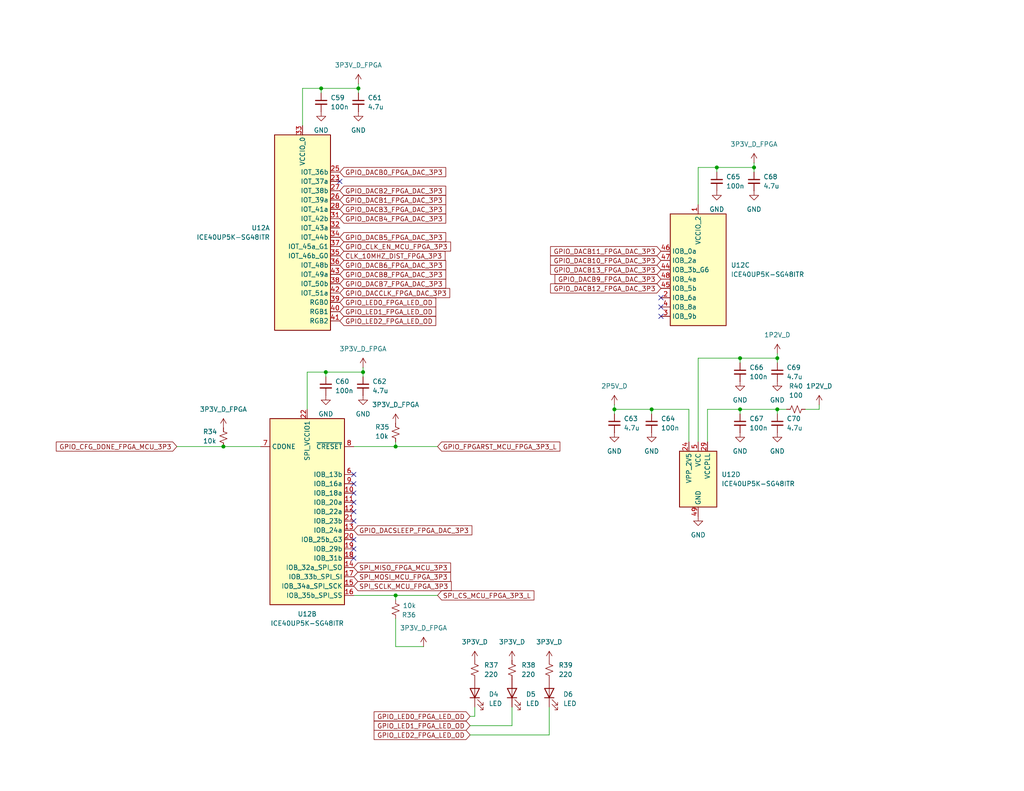
<source format=kicad_sch>
(kicad_sch (version 20250114) (generator "eeschema") (generator_version "9.0")
  (paper "A")
  (title_block (title "ARBITRARY WAVEFORM GENERATOR") (date "2024-09-11") (rev "0.0.1") (company "Tomasz Brzyzek"))
  (lib_symbols
    (symbol "Device:C_Small" (pin_numbers (hide yes)) (pin_names (offset 0.254) (hide yes))
      (property "Reference" "C" (at 0.254 1.778 0))
      (property "Value" "C_Small" (at 0.254 -2.032 0))
      (symbol "C_Small_0_1"
        (polyline (pts (xy -1.524 0.508) (xy 1.524 0.508)) (stroke (width 0.3048)))
        (polyline (pts (xy -1.524 -0.508) (xy 1.524 -0.508)) (stroke (width 0.3302)))
      )
      (symbol "C_Small_1_1"
        (pin passive line (at 0 2.54 270) (length 2.032) (name "~") (number "1"))
        (pin passive line (at 0 -2.54 90) (length 2.032) (name "~") (number "2"))
      )
    )
    (symbol "Device:LED" (pin_numbers (hide yes)) (pin_names (offset 1.016) (hide yes))
      (property "Reference" "D" (at 0 2.54 0))
      (property "Value" "LED" (at 0 -2.54 0))
      (symbol "LED_0_1"
        (polyline (pts (xy -3.048 -0.762) (xy -4.572 -2.286) (xy -3.81 -2.286) (xy -4.572 -2.286) (xy -4.572 -1.524)))
        (polyline (pts (xy -1.778 -0.762) (xy -3.302 -2.286) (xy -2.54 -2.286) (xy -3.302 -2.286) (xy -3.302 -1.524)))
        (polyline (pts (xy -1.27 0) (xy 1.27 0)))
        (polyline (pts (xy -1.27 -1.27) (xy -1.27 1.27)) (stroke (width 0.254)))
        (polyline (pts (xy 1.27 -1.27) (xy 1.27 1.27) (xy -1.27 0) (xy 1.27 -1.27)) (stroke (width 0.254)))
      )
      (symbol "LED_1_1"
        (pin passive line (at -3.81 0 0) (length 2.54) (name "K") (number "1"))
        (pin passive line (at 3.81 0 180) (length 2.54) (name "A") (number "2"))
      )
    )
    (symbol "Device:R_Small_US" (pin_numbers (hide yes)) (pin_names (offset 0.254) (hide yes))
      (property "Reference" "R" (at 0.762 0.508 0))
      (property "Value" "R_Small_US" (at 0.762 -1.016 0))
      (symbol "R_Small_US_1_1"
        (polyline (pts (xy 0 1.524) (xy 1.016 1.143) (xy 0 0.762) (xy -1.016 0.381) (xy 0 0)))
        (polyline (pts (xy 0 0) (xy 1.016 -0.381) (xy 0 -0.762) (xy -1.016 -1.143) (xy 0 -1.524)))
        (pin passive line (at 0 2.54 270) (length 1.016) (name "~") (number "1"))
        (pin passive line (at 0 -2.54 90) (length 1.016) (name "~") (number "2"))
      )
    )
    (symbol "FPGA_Lattice:ICE40UP5K-SG48ITR"
      (property "Reference" "U" (at -8.89 -29.21 0))
      (property "Value" "ICE40UP5K-SG48ITR" (at 0 -31.75 0))
      (symbol "ICE40UP5K-SG48ITR_1_1"
        (rectangle (start -7.62 25.4) (end 7.62 -27.94) (stroke (width 0.254)) (fill (type background)))
        (pin bidirectional line (at -10.16 15.24 0) (length 2.54) (name "IOT_36b") (number "25"))
        (pin bidirectional line (at -10.16 12.7 0) (length 2.54) (name "IOT_37a") (number "23"))
        (pin bidirectional line (at -10.16 10.16 0) (length 2.54) (name "IOT_38b") (number "27"))
        (pin bidirectional line (at -10.16 7.62 0) (length 2.54) (name "IOT_39a") (number "26"))
        (pin bidirectional line (at -10.16 5.08 0) (length 2.54) (name "IOT_41a") (number "28"))
        (pin bidirectional line (at -10.16 2.54 0) (length 2.54) (name "IOT_42b") (number "31"))
        (pin bidirectional line (at -10.16 0 0) (length 2.54) (name "IOT_43a") (number "32"))
        (pin bidirectional line (at -10.16 -2.54 0) (length 2.54) (name "IOT_44b") (number "34"))
        (pin bidirectional line (at -10.16 -5.08 0) (length 2.54) (name "IOT_45a_G1") (number "37"))
        (pin bidirectional line (at -10.16 -7.62 0) (length 2.54) (name "IOT_46b_G0") (number "35"))
        (pin bidirectional line (at -10.16 -10.16 0) (length 2.54) (name "IOT_48b") (number "36"))
        (pin bidirectional line (at -10.16 -12.7 0) (length 2.54) (name "IOT_49a") (number "43"))
        (pin bidirectional line (at -10.16 -15.24 0) (length 2.54) (name "IOT_50b") (number "38"))
        (pin bidirectional line (at -10.16 -17.78 0) (length 2.54) (name "IOT_51a") (number "42"))
        (pin open_collector line (at -10.16 -20.32 0) (length 2.54) (name "RGB0") (number "39"))
        (pin open_collector line (at -10.16 -22.86 0) (length 2.54) (name "RGB1") (number "40"))
        (pin open_collector line (at -10.16 -25.4 0) (length 2.54) (name "RGB2") (number "41"))
        (pin power_in line (at 0 27.94 270) (length 2.54) (name "VCCIO_0") (number "33"))
      )
      (symbol "ICE40UP5K-SG48ITR_2_1"
        (rectangle (start -10.16 25.4) (end 10.16 -25.4) (stroke (width 0.254)) (fill (type background)))
        (pin input line (at -12.7 17.78 0) (length 2.54) (name "~{CRESET}") (number "8"))
        (pin bidirectional line (at -12.7 10.16 0) (length 2.54) (name "IOB_13b") (number "6"))
        (pin bidirectional line (at -12.7 7.62 0) (length 2.54) (name "IOB_16a") (number "9"))
        (pin bidirectional line (at -12.7 5.08 0) (length 2.54) (name "IOB_18a") (number "10"))
        (pin bidirectional line (at -12.7 2.54 0) (length 2.54) (name "IOB_20a") (number "11"))
        (pin bidirectional line (at -12.7 0 0) (length 2.54) (name "IOB_22a") (number "12"))
        (pin bidirectional line (at -12.7 -2.54 0) (length 2.54) (name "IOB_23b") (number "21"))
        (pin bidirectional line (at -12.7 -5.08 0) (length 2.54) (name "IOB_24a") (number "13"))
        (pin bidirectional line (at -12.7 -7.62 0) (length 2.54) (name "IOB_25b_G3") (number "20"))
        (pin bidirectional line (at -12.7 -10.16 0) (length 2.54) (name "IOB_29b") (number "19"))
        (pin bidirectional line (at -12.7 -12.7 0) (length 2.54) (name "IOB_31b") (number "18"))
        (pin bidirectional line (at -12.7 -15.24 0) (length 2.54) (name "IOB_32a_SPI_SO") (number "14"))
        (pin bidirectional line (at -12.7 -17.78 0) (length 2.54) (name "IOB_33b_SPI_SI") (number "17"))
        (pin bidirectional line (at -12.7 -20.32 0) (length 2.54) (name "IOB_34a_SPI_SCK") (number "15"))
        (pin bidirectional line (at -12.7 -22.86 0) (length 2.54) (name "IOB_35b_SPI_SS") (number "16"))
        (pin power_in line (at 0 27.94 270) (length 2.54) (name "SPI_VCCIO1") (number "22"))
        (pin open_collector line (at 12.7 17.78 180) (length 2.54) (name "CDONE") (number "7"))
      )
      (symbol "ICE40UP5K-SG48ITR_3_1"
        (rectangle (start -7.62 15.24) (end 7.62 -15.24) (stroke (width 0.254)) (fill (type background)))
        (pin bidirectional line (at -10.16 5.08 0) (length 2.54) (name "IOB_0a") (number "46"))
        (pin bidirectional line (at -10.16 2.54 0) (length 2.54) (name "IOB_2a") (number "47"))
        (pin bidirectional line (at -10.16 0 0) (length 2.54) (name "IOB_3b_G6") (number "44"))
        (pin bidirectional line (at -10.16 -2.54 0) (length 2.54) (name "IOB_4a") (number "48"))
        (pin bidirectional line (at -10.16 -5.08 0) (length 2.54) (name "IOB_5b") (number "45"))
        (pin bidirectional line (at -10.16 -7.62 0) (length 2.54) (name "IOB_6a") (number "2"))
        (pin bidirectional line (at -10.16 -10.16 0) (length 2.54) (name "IOB_8a") (number "4"))
        (pin bidirectional line (at -10.16 -12.7 0) (length 2.54) (name "IOB_9b") (number "3"))
        (pin power_in line (at 0 17.78 270) (length 2.54) (name "VCCIO_2") (number "1"))
      )
      (symbol "ICE40UP5K-SG48ITR_4_1"
        (rectangle (start -5.08 7.62) (end 5.08 -7.62) (stroke (width 0.254)) (fill (type background)))
        (pin power_in line (at -2.54 10.16 270) (length 2.54) (name "VPP_2V5") (number "24"))
        (pin passive line (at 0 10.16 270) (length 2.54) (hide yes) (name "VCC") (number "30"))
        (pin power_in line (at 0 10.16 270) (length 2.54) (name "VCC") (number "5"))
        (pin power_in line (at 0 -10.16 90) (length 2.54) (name "GND") (number "49"))
        (pin power_out line (at 2.54 10.16 270) (length 2.54) (name "VCCPLL") (number "29"))
      )
    )
    (symbol "power:+1V2" (power) (pin_numbers (hide yes)) (pin_names (offset 0) (hide yes))
      (property "Value" "+1V2" (at 0 3.556 0))
      (symbol "+1V2_0_1"
        (polyline (pts (xy -0.762 1.27) (xy 0 2.54)))
        (polyline (pts (xy 0 2.54) (xy 0.762 1.27)))
        (polyline (pts (xy 0 0) (xy 0 2.54)))
      )
      (symbol "+1V2_1_1"
        (pin power_in line (at 0 0 90) (length 0) (name "~") (number "1"))
      )
    )
    (symbol "power:+2V5" (power) (pin_numbers (hide yes)) (pin_names (offset 0) (hide yes))
      (property "Value" "+2V5" (at 0 3.556 0))
      (symbol "+2V5_0_1"
        (polyline (pts (xy -0.762 1.27) (xy 0 2.54)))
        (polyline (pts (xy 0 2.54) (xy 0.762 1.27)))
        (polyline (pts (xy 0 0) (xy 0 2.54)))
      )
      (symbol "+2V5_1_1"
        (pin power_in line (at 0 0 90) (length 0) (name "~") (number "1"))
      )
    )
    (symbol "power:+3V3" (power) (pin_numbers (hide yes)) (pin_names (offset 0) (hide yes))
      (property "Value" "+3V3" (at 0 3.556 0))
      (symbol "+3V3_0_1"
        (polyline (pts (xy -0.762 1.27) (xy 0 2.54)))
        (polyline (pts (xy 0 2.54) (xy 0.762 1.27)))
        (polyline (pts (xy 0 0) (xy 0 2.54)))
      )
      (symbol "+3V3_1_1"
        (pin power_in line (at 0 0 90) (length 0) (name "~") (number "1"))
      )
    )
    (symbol "power:GND" (power) (pin_numbers (hide yes)) (pin_names (offset 0) (hide yes))
      (property "Value" "GND" (at 0 -3.81 0))
      (symbol "GND_0_1"
        (polyline (pts (xy 0 0) (xy 0 -1.27) (xy 1.27 -1.27) (xy 0 -2.54) (xy -1.27 -1.27) (xy 0 -1.27)))
      )
      (symbol "GND_1_1"
        (pin power_in line (at 0 0 270) (length 0) (name "~") (number "1"))
      )
    )
  )
  (junction (at 195.58 45.72))
  (junction (at 88.9 101.6))
  (junction (at 177.8 111.76))
  (junction (at 107.95 162.56))
  (junction (at 167.64 111.76))
  (junction (at 107.95 121.92))
  (junction (at 212.09 97.79))
  (junction (at 212.09 111.76))
  (junction (at 201.93 97.79))
  (junction (at 97.79 24.13))
  (junction (at 205.74 45.72))
  (junction (at 60.96 121.92))
  (junction (at 99.06 101.6))
  (junction (at 87.63 24.13))
  (junction (at 201.93 111.76))
  (no_connect (at 96.52 129.54))
  (no_connect (at 180.34 86.36))
  (no_connect (at 96.52 147.32))
  (no_connect (at 180.34 81.28))
  (no_connect (at 96.52 139.7))
  (no_connect (at 92.71 49.53))
  (no_connect (at 96.52 152.4))
  (no_connect (at 96.52 132.08))
  (no_connect (at 96.52 142.24))
  (no_connect (at 96.52 134.62))
  (no_connect (at 96.52 149.86))
  (no_connect (at 96.52 137.16))
  (no_connect (at 180.34 83.82))
  (wire (pts (xy 129.54 195.58) (xy 129.54 193.04)))
  (wire (pts (xy 167.64 111.76) (xy 177.8 111.76)))
  (wire (pts (xy 212.09 111.76) (xy 212.09 113.03)))
  (wire (pts (xy 201.93 111.76) (xy 201.93 113.03)))
  (wire (pts (xy 212.09 97.79) (xy 212.09 99.06)))
  (wire (pts (xy 107.95 120.65) (xy 107.95 121.92)))
  (wire (pts (xy 187.96 111.76) (xy 177.8 111.76)))
  (wire (pts (xy 187.96 111.76) (xy 187.96 120.65)))
  (wire (pts (xy 128.27 200.66) (xy 149.86 200.66)))
  (wire (pts (xy 223.52 110.49) (xy 223.52 111.76)))
  (wire (pts (xy 99.06 101.6) (xy 99.06 102.87)))
  (wire (pts (xy 107.95 162.56) (xy 119.38 162.56)))
  (wire (pts (xy 201.93 97.79) (xy 201.93 99.06)))
  (wire (pts (xy 190.5 97.79) (xy 201.93 97.79)))
  (wire (pts (xy 205.74 44.45) (xy 205.74 45.72)))
  (wire (pts (xy 201.93 111.76) (xy 193.04 111.76)))
  (wire (pts (xy 97.79 22.86) (xy 97.79 24.13)))
  (wire (pts (xy 128.27 195.58) (xy 129.54 195.58)))
  (wire (pts (xy 214.63 111.76) (xy 212.09 111.76)))
  (wire (pts (xy 212.09 96.52) (xy 212.09 97.79)))
  (wire (pts (xy 82.55 24.13) (xy 82.55 34.29)))
  (wire (pts (xy 195.58 46.99) (xy 195.58 45.72)))
  (wire (pts (xy 107.95 162.56) (xy 107.95 163.83)))
  (wire (pts (xy 88.9 101.6) (xy 83.82 101.6)))
  (wire (pts (xy 96.52 162.56) (xy 107.95 162.56)))
  (wire (pts (xy 205.74 45.72) (xy 205.74 46.99)))
  (wire (pts (xy 87.63 24.13) (xy 82.55 24.13)))
  (wire (pts (xy 195.58 45.72) (xy 205.74 45.72)))
  (wire (pts (xy 88.9 101.6) (xy 99.06 101.6)))
  (wire (pts (xy 177.8 111.76) (xy 177.8 113.03)))
  (wire (pts (xy 193.04 111.76) (xy 193.04 120.65)))
  (wire (pts (xy 87.63 24.13) (xy 97.79 24.13)))
  (wire (pts (xy 195.58 45.72) (xy 190.5 45.72)))
  (wire (pts (xy 167.64 110.49) (xy 167.64 111.76)))
  (wire (pts (xy 190.5 120.65) (xy 190.5 97.79)))
  (wire (pts (xy 115.57 176.53) (xy 107.95 176.53)))
  (wire (pts (xy 223.52 111.76) (xy 219.71 111.76)))
  (wire (pts (xy 60.96 121.92) (xy 71.12 121.92)))
  (wire (pts (xy 107.95 121.92) (xy 96.52 121.92)))
  (wire (pts (xy 83.82 101.6) (xy 83.82 111.76)))
  (wire (pts (xy 97.79 24.13) (xy 97.79 25.4)))
  (wire (pts (xy 128.27 198.12) (xy 139.7 198.12)))
  (wire (pts (xy 139.7 198.12) (xy 139.7 193.04)))
  (wire (pts (xy 212.09 97.79) (xy 201.93 97.79)))
  (wire (pts (xy 87.63 25.4) (xy 87.63 24.13)))
  (wire (pts (xy 167.64 111.76) (xy 167.64 113.03)))
  (wire (pts (xy 99.06 100.33) (xy 99.06 101.6)))
  (wire (pts (xy 190.5 45.72) (xy 190.5 55.88)))
  (wire (pts (xy 149.86 193.04) (xy 149.86 200.66)))
  (wire (pts (xy 212.09 111.76) (xy 201.93 111.76)))
  (wire (pts (xy 48.26 121.92) (xy 60.96 121.92)))
  (wire (pts (xy 107.95 176.53) (xy 107.95 168.91)))
  (wire (pts (xy 107.95 121.92) (xy 119.38 121.92)))
  (wire (pts (xy 88.9 102.87) (xy 88.9 101.6)))
  (global_label "GPIO_LED1_FPGA_LED_OD" (shape input) (at 128.27 198.12 180) (property "Intersheetrefs" "${INTERSHEET_REFS}" (effects (hide yes))))
  (global_label "GPIO_DACB9_FPGA_DAC_3P3" (shape input) (at 180.34 76.2 180) (property "Intersheetrefs" "${INTERSHEET_REFS}" (effects (hide yes))))
  (global_label "GPIO_CLK_EN_MCU_FPGA_3P3" (shape input) (at 92.71 67.31 0) (property "Intersheetrefs" "${INTERSHEET_REFS}" (effects (hide yes))))
  (global_label "SPI_MISO_FPGA_MCU_3P3" (shape input) (at 96.52 154.94 0) (property "Intersheetrefs" "${INTERSHEET_REFS}" (effects (hide yes))))
  (global_label "GPIO_DACB5_FPGA_DAC_3P3" (shape input) (at 92.71 64.77 0) (property "Intersheetrefs" "${INTERSHEET_REFS}" (effects (hide yes))))
  (global_label "GPIO_FPGARST_MCU_FPGA_3P3_L" (shape input) (at 119.38 121.92 0) (property "Intersheetrefs" "${INTERSHEET_REFS}" (effects (hide yes))))
  (global_label "GPIO_LED2_FPGA_LED_OD" (shape input) (at 128.27 200.66 180) (property "Intersheetrefs" "${INTERSHEET_REFS}" (effects (hide yes))))
  (global_label "GPIO_DACB3_FPGA_DAC_3P3" (shape input) (at 92.71 57.15 0) (property "Intersheetrefs" "${INTERSHEET_REFS}" (effects (hide yes))))
  (global_label "GPIO_DACB10_FPGA_DAC_3P3" (shape input) (at 180.34 71.12 180) (property "Intersheetrefs" "${INTERSHEET_REFS}" (effects (hide yes))))
  (global_label "GPIO_LED2_FPGA_LED_OD" (shape input) (at 92.71 87.63 0) (property "Intersheetrefs" "${INTERSHEET_REFS}" (effects (hide yes))))
  (global_label "GPIO_DACB11_FPGA_DAC_3P3" (shape input) (at 180.34 68.58 180) (property "Intersheetrefs" "${INTERSHEET_REFS}" (effects (hide yes))))
  (global_label "CLK_10MHZ_DIST_FPGA_3P3" (shape input) (at 92.71 69.85 0) (property "Intersheetrefs" "${INTERSHEET_REFS}" (effects (hide yes))))
  (global_label "GPIO_DACB1_FPGA_DAC_3P3" (shape input) (at 92.71 54.61 0) (property "Intersheetrefs" "${INTERSHEET_REFS}" (effects (hide yes))))
  (global_label "GPIO_DACB12_FPGA_DAC_3P3" (shape input) (at 180.34 78.74 180) (property "Intersheetrefs" "${INTERSHEET_REFS}" (effects (hide yes))))
  (global_label "GPIO_LED1_FPGA_LED_OD" (shape input) (at 92.71 85.09 0) (property "Intersheetrefs" "${INTERSHEET_REFS}" (effects (hide yes))))
  (global_label "GPIO_DACSLEEP_FPGA_DAC_3P3" (shape input) (at 96.52 144.78 0) (property "Intersheetrefs" "${INTERSHEET_REFS}" (effects (hide yes))))
  (global_label "SPI_MOSI_MCU_FPGA_3P3" (shape input) (at 96.52 157.48 0) (property "Intersheetrefs" "${INTERSHEET_REFS}" (effects (hide yes))))
  (global_label "GPIO_DACB0_FPGA_DAC_3P3" (shape input) (at 92.71 46.99 0) (property "Intersheetrefs" "${INTERSHEET_REFS}" (effects (hide yes))))
  (global_label "SPI_CS_MCU_FPGA_3P3_L" (shape input) (at 119.38 162.56 0) (property "Intersheetrefs" "${INTERSHEET_REFS}" (effects (hide yes))))
  (global_label "GPIO_DACB8_FPGA_DAC_3P3" (shape input) (at 92.71 74.93 0) (property "Intersheetrefs" "${INTERSHEET_REFS}" (effects (hide yes))))
  (global_label "GPIO_DACB13_FPGA_DAC_3P3" (shape input) (at 180.34 73.66 180) (property "Intersheetrefs" "${INTERSHEET_REFS}" (effects (hide yes))))
  (global_label "GPIO_CFG_DONE_FPGA_MCU_3P3" (shape input) (at 48.26 121.92 180) (property "Intersheetrefs" "${INTERSHEET_REFS}" (effects (hide yes))))
  (global_label "SPI_SCLK_MCU_FPGA_3P3" (shape input) (at 96.52 160.02 0) (property "Intersheetrefs" "${INTERSHEET_REFS}" (effects (hide yes))))
  (global_label "GPIO_DACB2_FPGA_DAC_3P3" (shape input) (at 92.71 52.07 0) (property "Intersheetrefs" "${INTERSHEET_REFS}" (effects (hide yes))))
  (global_label "GPIO_LED0_FPGA_LED_OD" (shape input) (at 128.27 195.58 180) (property "Intersheetrefs" "${INTERSHEET_REFS}" (effects (hide yes))))
  (global_label "GPIO_DACB6_FPGA_DAC_3P3" (shape input) (at 92.71 72.39 0) (property "Intersheetrefs" "${INTERSHEET_REFS}" (effects (hide yes))))
  (global_label "GPIO_LED0_FPGA_LED_OD" (shape input) (at 92.71 82.55 0) (property "Intersheetrefs" "${INTERSHEET_REFS}" (effects (hide yes))))
  (global_label "GPIO_DACB4_FPGA_DAC_3P3" (shape input) (at 92.71 59.69 0) (property "Intersheetrefs" "${INTERSHEET_REFS}" (effects (hide yes))))
  (global_label "GPIO_DACCLK_FPGA_DAC_3P3" (shape input) (at 92.71 80.01 0) (property "Intersheetrefs" "${INTERSHEET_REFS}" (effects (hide yes))))
  (global_label "GPIO_DACB7_FPGA_DAC_3P3" (shape input) (at 92.71 77.47 0) (property "Intersheetrefs" "${INTERSHEET_REFS}" (effects (hide yes))))
  (symbol (lib_id "Device:C_Small") (at 177.8 115.57 0) (unit 1)
    (property "Reference" "C64" (at 180.34 114.3062 0) (effects (justify left)))
    (property "Value" "100n" (at 180.34 116.8462 0) (effects (justify left)))
    (property "Footprint" "Capacitor_SMD:C_0603_1608Metric" (effects (hide yes)))
    (property "Description" "Unpolarized capacitor, small symbol" (effects (hide yes)))
    (property "LCSC" "C24452" (effects (hide yes)))
    (property "Part Number" "CL10B104JB8NNNC" (effects (hide yes)))
  )
  (symbol (lib_id "Device:C_Small") (at 212.09 101.6 0) (unit 1)
    (property "Reference" "C69" (at 214.63 100.3362 0) (effects (justify left)))
    (property "Value" "4.7u" (at 214.63 102.8762 0) (effects (justify left)))
    (property "Footprint" "Capacitor_SMD:C_0603_1608Metric" (effects (hide yes)))
    (property "Description" "Unpolarized capacitor, small symbol" (effects (hide yes)))
    (property "LCSC" "C1705" (effects (hide yes)))
    (property "Part Number" "CL10A475KP8NNNC" (effects (hide yes)))
  )
  (symbol (lib_id "power:GND") (at 190.5 140.97 0) (unit 1)
    (property "Reference" "#PWR0157" (effects (hide yes)))
    (property "Value" "GND" (at 190.5 146.05 0))
    (property "Description" "Power symbol creates a global label with name \"GND\" , ground" (effects (hide yes)))
  )
  (symbol (lib_id "Device:R_Small_US") (at 60.96 119.38 180) (unit 1)
    (property "Reference" "R34" (at 55.372 117.856 0) (effects (justify right)))
    (property "Value" "10k" (at 55.372 120.396 0) (effects (justify right)))
    (property "Footprint" "Resistor_SMD:R_0603_1608Metric" (effects (hide yes)))
    (property "Description" "Resistor, small US symbol" (effects (hide yes)))
    (property "Part Number" "0603WAF1002T5E" (effects (hide yes)))
    (property "LCSC" "C25804" (effects (hide yes)))
  )
  (symbol (lib_id "FPGA_Lattice:ICE40UP5K-SG48ITR") (at 82.55 62.23 0) (mirror y) (unit 1)
    (property "Reference" "U12" (at 73.66 62.2299 0) (effects (justify left)))
    (property "Value" "ICE40UP5K-SG48ITR" (at 73.66 64.7699 0) (effects (justify left)))
    (property "Footprint" "Package_DFN_QFN:QFN-48-1EP_7x7mm_P0.5mm_EP5.6x5.6mm" (effects (hide yes)))
    (property "Datasheet" "http://www.latticesemi.com/Products/FPGAandCPLD/iCE40Ultra" (effects (hide yes)))
    (property "Description" "iCE40 UltraPlus FPGA, 5280 LUTs, 1.2V, 48-pin QFN" (effects (hide yes)))
    (property "LCSC" " C2678152" (effects (hide yes)))
    (property "Part Number" "ICE40UP5K-SG48I" (effects (hide yes)))
  )
  (symbol (lib_id "FPGA_Lattice:ICE40UP5K-SG48ITR") (at 190.5 73.66 0) (unit 3)
    (property "Reference" "U12" (at 199.39 72.3899 0) (effects (justify left)))
    (property "Value" "ICE40UP5K-SG48ITR" (at 199.39 74.9299 0) (effects (justify left)))
    (property "Footprint" "Package_DFN_QFN:QFN-48-1EP_7x7mm_P0.5mm_EP5.6x5.6mm" (effects (hide yes)))
    (property "Datasheet" "http://www.latticesemi.com/Products/FPGAandCPLD/iCE40Ultra" (effects (hide yes)))
    (property "Description" "iCE40 UltraPlus FPGA, 5280 LUTs, 1.2V, 48-pin QFN" (effects (hide yes)))
    (property "LCSC" " C2678152" (effects (hide yes)))
    (property "Part Number" "ICE40UP5K-SG48I" (effects (hide yes)))
  )
  (symbol (lib_id "Device:C_Small") (at 201.93 101.6 0) (unit 1)
    (property "Reference" "C66" (at 204.47 100.3362 0) (effects (justify left)))
    (property "Value" "100n" (at 204.47 102.8762 0) (effects (justify left)))
    (property "Footprint" "Capacitor_SMD:C_0603_1608Metric" (effects (hide yes)))
    (property "Description" "Unpolarized capacitor, small symbol" (effects (hide yes)))
    (property "LCSC" "C24452" (effects (hide yes)))
    (property "Part Number" "CL10B104JB8NNNC" (effects (hide yes)))
  )
  (symbol (lib_id "power:+3V3") (at 139.7 180.34 0) (unit 1)
    (property "Reference" "#PWR0152" (effects (hide yes)))
    (property "Value" "3P3V_D" (at 139.7 175.26 0))
    (property "Description" "Power symbol creates a global label with name \"+3V3\"" (effects (hide yes)))
  )
  (symbol (lib_id "Device:R_Small_US") (at 129.54 182.88 0) (unit 1)
    (property "Reference" "R37" (at 132.08 181.6099 0) (effects (justify left)))
    (property "Value" "220" (at 132.08 184.1499 0) (effects (justify left)))
    (property "Footprint" "Resistor_SMD:R_0603_1608Metric" (effects (hide yes)))
    (property "Description" "Resistor, small US symbol" (effects (hide yes)))
    (property "Part Number" "0603WAF2200T5E" (effects (hide yes)))
    (property "LCSC" "C22962" (effects (hide yes)))
  )
  (symbol (lib_id "Device:R_Small_US") (at 107.95 166.37 0) (unit 1)
    (property "Reference" "R36" (at 113.538 167.894 0) (effects (justify right)))
    (property "Value" "10k" (at 113.538 165.354 0) (effects (justify right)))
    (property "Footprint" "Resistor_SMD:R_0603_1608Metric" (effects (hide yes)))
    (property "Description" "Resistor, small US symbol" (effects (hide yes)))
    (property "Part Number" "0603WAF1002T5E" (effects (hide yes)))
    (property "LCSC" "C25804" (effects (hide yes)))
  )
  (symbol (lib_id "FPGA_Lattice:ICE40UP5K-SG48ITR") (at 83.82 139.7 0) (mirror y) (unit 2)
    (property "Reference" "U12" (at 83.82 167.64 0))
    (property "Value" "ICE40UP5K-SG48ITR" (at 83.82 170.18 0))
    (property "Footprint" "Package_DFN_QFN:QFN-48-1EP_7x7mm_P0.5mm_EP5.6x5.6mm" (effects (hide yes)))
    (property "Datasheet" "http://www.latticesemi.com/Products/FPGAandCPLD/iCE40Ultra" (effects (hide yes)))
    (property "Description" "iCE40 UltraPlus FPGA, 5280 LUTs, 1.2V, 48-pin QFN" (effects (hide yes)))
    (property "LCSC" " C2678152" (effects (hide yes)))
    (property "Part Number" "ICE40UP5K-SG48I" (effects (hide yes)))
  )
  (symbol (lib_id "Device:C_Small") (at 97.79 27.94 0) (unit 1)
    (property "Reference" "C61" (at 100.33 26.6762 0) (effects (justify left)))
    (property "Value" "4.7u" (at 100.33 29.2162 0) (effects (justify left)))
    (property "Footprint" "Capacitor_SMD:C_0603_1608Metric" (effects (hide yes)))
    (property "Description" "Unpolarized capacitor, small symbol" (effects (hide yes)))
    (property "LCSC" "C1705" (effects (hide yes)))
    (property "Part Number" "CL10A475KP8NNNC" (effects (hide yes)))
  )
  (symbol (lib_id "Device:LED") (at 139.7 189.23 90) (unit 1)
    (property "Reference" "D5" (at 143.51 189.5475 90) (effects (justify right)))
    (property "Value" "LED" (at 143.51 192.0875 90) (effects (justify right)))
    (property "Footprint" "LED_SMD:LED_1206_3216Metric" (effects (hide yes)))
    (property "Description" "Light emitting diode" (effects (hide yes)))
    (property "Part Number" "F.1206.00003/P2-1206R1TS2-09T-001" (effects (hide yes)))
    (property "LCSC" "C7496845" (effects (hide yes)))
  )
  (symbol (lib_id "Device:LED") (at 129.54 189.23 90) (unit 1)
    (property "Reference" "D4" (at 133.35 189.5475 90) (effects (justify right)))
    (property "Value" "LED" (at 133.35 192.0875 90) (effects (justify right)))
    (property "Footprint" "LED_SMD:LED_1206_3216Metric" (effects (hide yes)))
    (property "Description" "Light emitting diode" (effects (hide yes)))
    (property "Part Number" "F.1206.00003/P2-1206R1TS2-09T-001" (effects (hide yes)))
    (property "LCSC" "C7496845" (effects (hide yes)))
  )
  (symbol (lib_id "Device:C_Small") (at 195.58 49.53 0) (unit 1)
    (property "Reference" "C65" (at 198.12 48.2662 0) (effects (justify left)))
    (property "Value" "100n" (at 198.12 50.8062 0) (effects (justify left)))
    (property "Footprint" "Capacitor_SMD:C_0603_1608Metric" (effects (hide yes)))
    (property "Description" "Unpolarized capacitor, small symbol" (effects (hide yes)))
    (property "LCSC" "C24452" (effects (hide yes)))
    (property "Part Number" "CL10B104JB8NNNC" (effects (hide yes)))
  )
  (symbol (lib_id "power:GND") (at 212.09 104.14 0) (unit 1)
    (property "Reference" "#PWR0164" (effects (hide yes)))
    (property "Value" "GND" (at 212.09 109.22 0))
    (property "Description" "Power symbol creates a global label with name \"GND\" , ground" (effects (hide yes)))
  )
  (symbol (lib_id "power:+3V3") (at 107.95 115.57 0) (unit 1)
    (property "Reference" "#PWR0149" (effects (hide yes)))
    (property "Value" "3P3V_D_FPGA" (at 107.95 110.49 0))
    (property "Description" "Power symbol creates a global label with name \"+3V3\"" (effects (hide yes)))
  )
  (symbol (lib_id "power:+3V3") (at 60.96 116.84 0) (unit 1)
    (property "Reference" "#PWR0142" (effects (hide yes)))
    (property "Value" "3P3V_D_FPGA" (at 60.96 111.76 0))
    (property "Description" "Power symbol creates a global label with name \"+3V3\"" (effects (hide yes)))
  )
  (symbol (lib_id "Device:C_Small") (at 167.64 115.57 0) (unit 1)
    (property "Reference" "C63" (at 170.18 114.3062 0) (effects (justify left)))
    (property "Value" "4.7u" (at 170.18 116.8462 0) (effects (justify left)))
    (property "Footprint" "Capacitor_SMD:C_0603_1608Metric" (effects (hide yes)))
    (property "Description" "Unpolarized capacitor, small symbol" (effects (hide yes)))
    (property "LCSC" "C1705" (effects (hide yes)))
    (property "Part Number" "CL10A475KP8NNNC" (effects (hide yes)))
  )
  (symbol (lib_id "power:GND") (at 201.93 104.14 0) (unit 1)
    (property "Reference" "#PWR0159" (effects (hide yes)))
    (property "Value" "GND" (at 201.93 109.22 0))
    (property "Description" "Power symbol creates a global label with name \"GND\" , ground" (effects (hide yes)))
  )
  (symbol (lib_id "Device:R_Small_US") (at 217.17 111.76 270) (unit 1)
    (property "Reference" "R40" (at 217.17 105.41 90))
    (property "Value" "100" (at 217.17 107.95 90))
    (property "Footprint" "Resistor_SMD:R_0603_1608Metric" (effects (hide yes)))
    (property "Description" "Resistor, small US symbol" (effects (hide yes)))
    (property "LCSC" " C105588" (effects (hide yes)))
    (property "Part Number" "RC0603FR-07100RL" (effects (hide yes)))
  )
  (symbol (lib_id "Device:C_Small") (at 87.63 27.94 0) (unit 1)
    (property "Reference" "C59" (at 90.17 26.6762 0) (effects (justify left)))
    (property "Value" "100n" (at 90.17 29.2162 0) (effects (justify left)))
    (property "Footprint" "Capacitor_SMD:C_0603_1608Metric" (effects (hide yes)))
    (property "Description" "Unpolarized capacitor, small symbol" (effects (hide yes)))
    (property "LCSC" "C24452" (effects (hide yes)))
    (property "Part Number" "CL10B104JB8NNNC" (effects (hide yes)))
  )
  (symbol (lib_id "power:+2V5") (at 167.64 110.49 0) (unit 1)
    (property "Reference" "#PWR0154" (effects (hide yes)))
    (property "Value" "2P5V_D" (at 167.64 105.41 0))
    (property "Description" "Power symbol creates a global label with name \"+2V5\"" (effects (hide yes)))
  )
  (symbol (lib_id "power:GND") (at 212.09 118.11 0) (unit 1)
    (property "Reference" "#PWR0165" (effects (hide yes)))
    (property "Value" "GND" (at 212.09 123.19 0))
    (property "Description" "Power symbol creates a global label with name \"GND\" , ground" (effects (hide yes)))
  )
  (symbol (lib_id "Device:C_Small") (at 201.93 115.57 0) (unit 1)
    (property "Reference" "C67" (at 204.47 114.3062 0) (effects (justify left)))
    (property "Value" "100n" (at 204.47 116.8462 0) (effects (justify left)))
    (property "Footprint" "Capacitor_SMD:C_0603_1608Metric" (effects (hide yes)))
    (property "Description" "Unpolarized capacitor, small symbol" (effects (hide yes)))
    (property "LCSC" "C24452" (effects (hide yes)))
    (property "Part Number" "CL10B104JB8NNNC" (effects (hide yes)))
  )
  (symbol (lib_id "power:+3V3") (at 115.57 176.53 0) (unit 1)
    (property "Reference" "#PWR0150" (effects (hide yes)))
    (property "Value" "3P3V_D_FPGA" (at 115.57 171.45 0))
    (property "Description" "Power symbol creates a global label with name \"+3V3\"" (effects (hide yes)))
  )
  (symbol (lib_id "power:+3V3") (at 97.79 22.86 0) (unit 1)
    (property "Reference" "#PWR0145" (effects (hide yes)))
    (property "Value" "3P3V_D_FPGA" (at 97.79 17.78 0))
    (property "Description" "Power symbol creates a global label with name \"+3V3\"" (effects (hide yes)))
  )
  (symbol (lib_id "power:GND") (at 167.64 118.11 0) (mirror y) (unit 1)
    (property "Reference" "#PWR0155" (effects (hide yes)))
    (property "Value" "GND" (at 167.64 123.19 0))
    (property "Description" "Power symbol creates a global label with name \"GND\" , ground" (effects (hide yes)))
  )
  (symbol (lib_id "power:+3V3") (at 205.74 44.45 0) (unit 1)
    (property "Reference" "#PWR0161" (effects (hide yes)))
    (property "Value" "3P3V_D_FPGA" (at 205.74 39.37 0))
    (property "Description" "Power symbol creates a global label with name \"+3V3\"" (effects (hide yes)))
  )
  (symbol (lib_id "power:+1V2") (at 223.52 110.49 0) (unit 1)
    (property "Reference" "#PWR0166" (effects (hide yes)))
    (property "Value" "1P2V_D" (at 223.52 105.41 0))
    (property "Description" "Power symbol creates a global label with name \"+1V2\"" (effects (hide yes)))
  )
  (symbol (lib_id "power:GND") (at 195.58 52.07 0) (unit 1)
    (property "Reference" "#PWR0158" (effects (hide yes)))
    (property "Value" "GND" (at 195.58 57.15 0))
    (property "Description" "Power symbol creates a global label with name \"GND\" , ground" (effects (hide yes)))
  )
  (symbol (lib_id "FPGA_Lattice:ICE40UP5K-SG48ITR") (at 190.5 130.81 0) (unit 4)
    (property "Reference" "U12" (at 196.85 129.5399 0) (effects (justify left)))
    (property "Value" "ICE40UP5K-SG48ITR" (at 196.85 132.0799 0) (effects (justify left)))
    (property "Footprint" "Package_DFN_QFN:QFN-48-1EP_7x7mm_P0.5mm_EP5.6x5.6mm" (effects (hide yes)))
    (property "Datasheet" "http://www.latticesemi.com/Products/FPGAandCPLD/iCE40Ultra" (effects (hide yes)))
    (property "Description" "iCE40 UltraPlus FPGA, 5280 LUTs, 1.2V, 48-pin QFN" (effects (hide yes)))
    (property "LCSC" " C2678152" (effects (hide yes)))
    (property "Part Number" "ICE40UP5K-SG48I" (effects (hide yes)))
  )
  (symbol (lib_id "power:GND") (at 205.74 52.07 0) (unit 1)
    (property "Reference" "#PWR0162" (effects (hide yes)))
    (property "Value" "GND" (at 205.74 57.15 0))
    (property "Description" "Power symbol creates a global label with name \"GND\" , ground" (effects (hide yes)))
  )
  (symbol (lib_id "Device:R_Small_US") (at 139.7 182.88 0) (unit 1)
    (property "Reference" "R38" (at 142.24 181.6099 0) (effects (justify left)))
    (property "Value" "220" (at 142.24 184.1499 0) (effects (justify left)))
    (property "Footprint" "Resistor_SMD:R_0603_1608Metric" (effects (hide yes)))
    (property "Description" "Resistor, small US symbol" (effects (hide yes)))
    (property "Part Number" "0603WAF2200T5E" (effects (hide yes)))
    (property "LCSC" "C22962" (effects (hide yes)))
  )
  (symbol (lib_id "power:GND") (at 97.79 30.48 0) (unit 1)
    (property "Reference" "#PWR0146" (effects (hide yes)))
    (property "Value" "GND" (at 97.79 35.56 0))
    (property "Description" "Power symbol creates a global label with name \"GND\" , ground" (effects (hide yes)))
  )
  (symbol (lib_id "Device:R_Small_US") (at 107.95 118.11 180) (unit 1)
    (property "Reference" "R35" (at 102.362 116.586 0) (effects (justify right)))
    (property "Value" "10k" (at 102.362 119.126 0) (effects (justify right)))
    (property "Footprint" "Resistor_SMD:R_0603_1608Metric" (effects (hide yes)))
    (property "Description" "Resistor, small US symbol" (effects (hide yes)))
    (property "Part Number" "0603WAF1002T5E" (effects (hide yes)))
    (property "LCSC" "C25804" (effects (hide yes)))
  )
  (symbol (lib_id "Device:R_Small_US") (at 149.86 182.88 0) (unit 1)
    (property "Reference" "R39" (at 152.4 181.6099 0) (effects (justify left)))
    (property "Value" "220" (at 152.4 184.1499 0) (effects (justify left)))
    (property "Footprint" "Resistor_SMD:R_0603_1608Metric" (effects (hide yes)))
    (property "Description" "Resistor, small US symbol" (effects (hide yes)))
    (property "Part Number" "0603WAF2200T5E" (effects (hide yes)))
    (property "LCSC" "C22962" (effects (hide yes)))
  )
  (symbol (lib_id "power:GND") (at 88.9 107.95 0) (unit 1)
    (property "Reference" "#PWR0144" (effects (hide yes)))
    (property "Value" "GND" (at 88.9 113.03 0))
    (property "Description" "Power symbol creates a global label with name \"GND\" , ground" (effects (hide yes)))
  )
  (symbol (lib_id "power:+3V3") (at 149.86 180.34 0) (unit 1)
    (property "Reference" "#PWR0153" (effects (hide yes)))
    (property "Value" "3P3V_D" (at 149.86 175.26 0))
    (property "Description" "Power symbol creates a global label with name \"+3V3\"" (effects (hide yes)))
  )
  (symbol (lib_id "power:GND") (at 87.63 30.48 0) (unit 1)
    (property "Reference" "#PWR0143" (effects (hide yes)))
    (property "Value" "GND" (at 87.63 35.56 0))
    (property "Description" "Power symbol creates a global label with name \"GND\" , ground" (effects (hide yes)))
  )
  (symbol (lib_id "power:+3V3") (at 129.54 180.34 0) (unit 1)
    (property "Reference" "#PWR0151" (effects (hide yes)))
    (property "Value" "3P3V_D" (at 129.54 175.26 0))
    (property "Description" "Power symbol creates a global label with name \"+3V3\"" (effects (hide yes)))
  )
  (symbol (lib_id "power:GND") (at 99.06 107.95 0) (unit 1)
    (property "Reference" "#PWR0148" (effects (hide yes)))
    (property "Value" "GND" (at 99.06 113.03 0))
    (property "Description" "Power symbol creates a global label with name \"GND\" , ground" (effects (hide yes)))
  )
  (symbol (lib_id "power:GND") (at 177.8 118.11 0) (mirror y) (unit 1)
    (property "Reference" "#PWR0156" (effects (hide yes)))
    (property "Value" "GND" (at 177.8 123.19 0))
    (property "Description" "Power symbol creates a global label with name \"GND\" , ground" (effects (hide yes)))
  )
  (symbol (lib_id "power:+3V3") (at 99.06 100.33 0) (unit 1)
    (property "Reference" "#PWR0147" (effects (hide yes)))
    (property "Value" "3P3V_D_FPGA" (at 99.06 95.25 0))
    (property "Description" "Power symbol creates a global label with name \"+3V3\"" (effects (hide yes)))
  )
  (symbol (lib_id "Device:C_Small") (at 212.09 115.57 0) (unit 1)
    (property "Reference" "C70" (at 214.63 114.3062 0) (effects (justify left)))
    (property "Value" "4.7u" (at 214.63 116.8462 0) (effects (justify left)))
    (property "Footprint" "Capacitor_SMD:C_0603_1608Metric" (effects (hide yes)))
    (property "Description" "Unpolarized capacitor, small symbol" (effects (hide yes)))
    (property "LCSC" "C1705" (effects (hide yes)))
    (property "Part Number" "CL10A475KP8NNNC" (effects (hide yes)))
  )
  (symbol (lib_id "power:GND") (at 201.93 118.11 0) (unit 1)
    (property "Reference" "#PWR0160" (effects (hide yes)))
    (property "Value" "GND" (at 201.93 123.19 0))
    (property "Description" "Power symbol creates a global label with name \"GND\" , ground" (effects (hide yes)))
  )
  (symbol (lib_id "Device:LED") (at 149.86 189.23 90) (unit 1)
    (property "Reference" "D6" (at 153.67 189.5475 90) (effects (justify right)))
    (property "Value" "LED" (at 153.67 192.0875 90) (effects (justify right)))
    (property "Footprint" "LED_SMD:LED_1206_3216Metric" (effects (hide yes)))
    (property "Description" "Light emitting diode" (effects (hide yes)))
    (property "Part Number" "F.1206.00003/P2-1206R1TS2-09T-001" (effects (hide yes)))
    (property "LCSC" "C7496845" (effects (hide yes)))
  )
  (symbol (lib_id "Device:C_Small") (at 88.9 105.41 0) (unit 1)
    (property "Reference" "C60" (at 91.44 104.1462 0) (effects (justify left)))
    (property "Value" "100n" (at 91.44 106.6862 0) (effects (justify left)))
    (property "Footprint" "Capacitor_SMD:C_0603_1608Metric" (effects (hide yes)))
    (property "Description" "Unpolarized capacitor, small symbol" (effects (hide yes)))
    (property "LCSC" "C24452" (effects (hide yes)))
    (property "Part Number" "CL10B104JB8NNNC" (effects (hide yes)))
  )
  (symbol (lib_id "Device:C_Small") (at 205.74 49.53 0) (unit 1)
    (property "Reference" "C68" (at 208.28 48.2662 0) (effects (justify left)))
    (property "Value" "4.7u" (at 208.28 50.8062 0) (effects (justify left)))
    (property "Footprint" "Capacitor_SMD:C_0603_1608Metric" (effects (hide yes)))
    (property "Description" "Unpolarized capacitor, small symbol" (effects (hide yes)))
    (property "LCSC" "C1705" (effects (hide yes)))
    (property "Part Number" "CL10A475KP8NNNC" (effects (hide yes)))
  )
  (symbol (lib_id "Device:C_Small") (at 99.06 105.41 0) (unit 1)
    (property "Reference" "C62" (at 101.6 104.1462 0) (effects (justify left)))
    (property "Value" "4.7u" (at 101.6 106.6862 0) (effects (justify left)))
    (property "Footprint" "Capacitor_SMD:C_0603_1608Metric" (effects (hide yes)))
    (property "Description" "Unpolarized capacitor, small symbol" (effects (hide yes)))
    (property "LCSC" "C1705" (effects (hide yes)))
    (property "Part Number" "CL10A475KP8NNNC" (effects (hide yes)))
  )
  (symbol (lib_id "power:+1V2") (at 212.09 96.52 0) (unit 1)
    (property "Reference" "#PWR0163" (effects (hide yes)))
    (property "Value" "1P2V_D" (at 212.09 91.44 0))
    (property "Description" "Power symbol creates a global label with name \"+1V2\"" (effects (hide yes)))
  )
)
</source>
